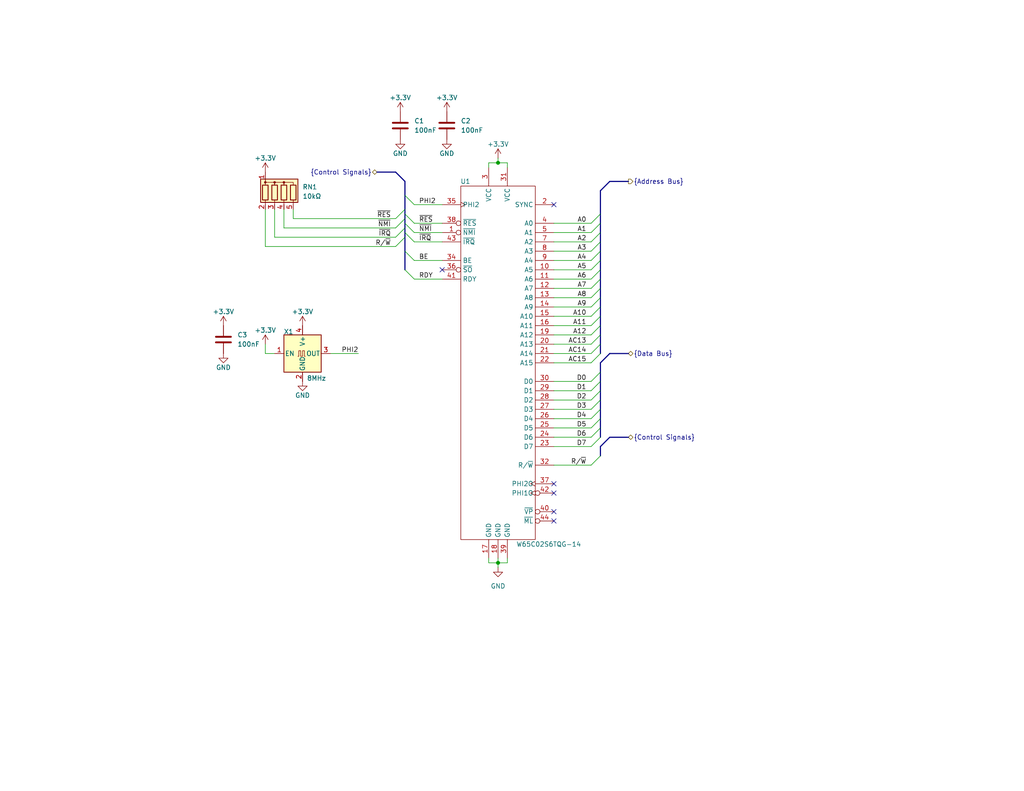
<source format=kicad_sch>
(kicad_sch (version 20230121) (generator eeschema)
  (paper "USLetter")
  (title_block (title "Sentinel 65X") (rev "0") (company "Stuidio 8502"))
  (lib_symbols
    (symbol "Device:C" (pin_numbers hide) (pin_names (offset 0.254))
      (property "Reference" "C" (at 0.635 2.54 0))
      (property "Value" "C" (at 0.635 -2.54 0))
      (symbol "C_0_1"
        (polyline (pts (xy -2.032 -0.762) (xy 2.032 -0.762)) (stroke (width 0.508)))
        (polyline (pts (xy -2.032 0.762) (xy 2.032 0.762)) (stroke (width 0.508)))
      )
      (symbol "C_1_1"
        (pin passive line (at 0 3.81 270) (length 2.794) (name "~") (number "1"))
        (pin passive line (at 0 -3.81 90) (length 2.794) (name "~") (number "2"))
      )
    )
    (symbol "Device:R_Network04" (pin_names (offset 0) hide)
      (property "Reference" "RN" (at -7.62 0 90))
      (property "Value" "R_Network04" (at 5.08 0 90))
      (symbol "R_Network04_0_1"
        (rectangle (start -6.35 -3.175) (end 3.81 3.175) (stroke (width 0.254)) (fill (type background)))
        (rectangle (start -5.842 1.524) (end -4.318 -2.54) (stroke (width 0.254)))
        (circle (center -5.08 2.286) (radius 0.254) (fill (type outline)))
        (rectangle (start -3.302 1.524) (end -1.778 -2.54) (stroke (width 0.254)))
        (circle (center -2.54 2.286) (radius 0.254) (fill (type outline)))
        (rectangle (start -0.762 1.524) (end 0.762 -2.54) (stroke (width 0.254)))
        (polyline (pts (xy -5.08 -2.54) (xy -5.08 -3.81)))
        (polyline (pts (xy -2.54 -2.54) (xy -2.54 -3.81)))
        (polyline (pts (xy 0 -2.54) (xy 0 -3.81)))
        (polyline (pts (xy 2.54 -2.54) (xy 2.54 -3.81)))
        (polyline (pts (xy -5.08 1.524) (xy -5.08 2.286) (xy -2.54 2.286) (xy -2.54 1.524)))
        (polyline (pts (xy -2.54 1.524) (xy -2.54 2.286) (xy 0 2.286) (xy 0 1.524)))
        (polyline (pts (xy 0 1.524) (xy 0 2.286) (xy 2.54 2.286) (xy 2.54 1.524)))
        (circle (center 0 2.286) (radius 0.254) (fill (type outline)))
        (rectangle (start 1.778 1.524) (end 3.302 -2.54) (stroke (width 0.254)))
      )
      (symbol "R_Network04_1_1"
        (pin passive line (at -5.08 5.08 270) (length 2.54) (name "common") (number "1"))
        (pin passive line (at -5.08 -5.08 90) (length 1.27) (name "R1") (number "2"))
        (pin passive line (at -2.54 -5.08 90) (length 1.27) (name "R2") (number "3"))
        (pin passive line (at 0 -5.08 90) (length 1.27) (name "R3") (number "4"))
        (pin passive line (at 2.54 -5.08 90) (length 1.27) (name "R4") (number "5"))
      )
    )
    (symbol "Oscillator:XO32" (pin_names (offset 0.254))
      (property "Reference" "X" (at -5.08 6.35 0))
      (property "Value" "XO32" (at 1.27 -6.35 0))
      (symbol "XO32_0_1"
        (rectangle (start -5.08 5.08) (end 5.08 -5.08) (stroke (width 0.254)) (fill (type background)))
        (polyline (pts (xy -1.27 -0.762) (xy -1.016 -0.762) (xy -1.016 0.762) (xy -0.508 0.762) (xy -0.508 -0.762) (xy 0 -0.762) (xy 0 0.762) (xy 0.508 0.762) (xy 0.508 -0.762) (xy 0.762 -0.762)))
      )
      (symbol "XO32_1_1"
        (pin input line (at -7.62 0 0) (length 2.54) (name "EN") (number "1"))
        (pin power_in line (at 0 -7.62 90) (length 2.54) (name "GND") (number "2"))
        (pin output line (at 7.62 0 180) (length 2.54) (name "OUT") (number "3"))
        (pin power_in line (at 0 7.62 270) (length 2.54) (name "V+") (number "4"))
      )
    )
    (symbol "Western Design Center:W65C02S6TQG-14"
      (property "Reference" "U" (at 0 0 0))
      (property "Value" "W65C02S6TQG-14" (at 0 0 0))
      (symbol "W65C02S6TQG-14_0_1"
        (rectangle (start 0 0) (end 20.32 -96.52))
      )
      (symbol "W65C02S6TQG-14_1_1"
        (pin input inverted (at -5.08 -12.7 0) (length 5.08) (name "~{NMI}") (number "1"))
        (pin output line (at 25.4 -22.86 180) (length 5.08) (name "A5") (number "10"))
        (pin output line (at 25.4 -25.4 180) (length 5.08) (name "A6") (number "11"))
        (pin output line (at 25.4 -27.94 180) (length 5.08) (name "A7") (number "12"))
        (pin output line (at 25.4 -30.48 180) (length 5.08) (name "A8") (number "13"))
        (pin output line (at 25.4 -33.02 180) (length 5.08) (name "A9") (number "14"))
        (pin output line (at 25.4 -35.56 180) (length 5.08) (name "A10") (number "15"))
        (pin output line (at 25.4 -38.1 180) (length 5.08) (name "A11") (number "16"))
        (pin power_in line (at 7.62 -101.6 90) (length 5.08) (name "GND") (number "17"))
        (pin power_in line (at 10.16 -101.6 90) (length 5.08) (name "GND") (number "18"))
        (pin output line (at 25.4 -40.64 180) (length 5.08) (name "A12") (number "19"))
        (pin output line (at 25.4 -5.08 180) (length 5.08) (name "SYNC") (number "2"))
        (pin output line (at 25.4 -43.18 180) (length 5.08) (name "A13") (number "20"))
        (pin output line (at 25.4 -45.72 180) (length 5.08) (name "A14") (number "21"))
        (pin output line (at 25.4 -48.26 180) (length 5.08) (name "A15") (number "22"))
        (pin bidirectional line (at 25.4 -71.12 180) (length 5.08) (name "D7") (number "23"))
        (pin bidirectional line (at 25.4 -68.58 180) (length 5.08) (name "D6") (number "24"))
        (pin bidirectional line (at 25.4 -66.04 180) (length 5.08) (name "D5") (number "25"))
        (pin bidirectional line (at 25.4 -63.5 180) (length 5.08) (name "D4") (number "26"))
        (pin bidirectional line (at 25.4 -60.96 180) (length 5.08) (name "D3") (number "27"))
        (pin bidirectional line (at 25.4 -58.42 180) (length 5.08) (name "D2") (number "28"))
        (pin bidirectional line (at 25.4 -55.88 180) (length 5.08) (name "D1") (number "29"))
        (pin power_in line (at 7.62 5.08 270) (length 5.08) (name "VCC") (number "3"))
        (pin bidirectional line (at 25.4 -53.34 180) (length 5.08) (name "D0") (number "30"))
        (pin power_in line (at 12.7 5.08 270) (length 5.08) (name "VCC") (number "31"))
        (pin output line (at 25.4 -76.2 180) (length 5.08) (name "R/~{W}") (number "32"))
        (pin no_connect line (at -5.08 -30.48 0) (length 5.08) hide (name "") (number "33"))
        (pin input line (at -5.08 -20.32 0) (length 5.08) (name "BE") (number "34"))
        (pin input clock (at -5.08 -5.08 0) (length 5.08) (name "PHI2") (number "35"))
        (pin input inverted (at -5.08 -22.86 0) (length 5.08) (name "~{SO}") (number "36"))
        (pin output clock (at 25.4 -81.28 180) (length 5.08) (name "PHI2O") (number "37"))
        (pin input inverted (at -5.08 -10.16 0) (length 5.08) (name "~{RES}") (number "38"))
        (pin power_in line (at 12.7 -101.6 90) (length 5.08) (name "GND") (number "39"))
        (pin output line (at 25.4 -10.16 180) (length 5.08) (name "A0") (number "4"))
        (pin output inverted (at 25.4 -88.9 180) (length 5.08) (name "~{VP}") (number "40"))
        (pin input line (at -5.08 -25.4 0) (length 5.08) (name "RDY") (number "41"))
        (pin output inverted_clock (at 25.4 -83.82 180) (length 5.08) (name "PHI1O") (number "42"))
        (pin input line (at -5.08 -15.24 0) (length 5.08) (name "~{IRQ}") (number "43"))
        (pin output inverted (at 25.4 -91.44 180) (length 5.08) (name "~{ML}") (number "44"))
        (pin output line (at 25.4 -12.7 180) (length 5.08) (name "A1") (number "5"))
        (pin no_connect line (at -5.08 -33.02 0) (length 5.08) hide (name "") (number "6"))
        (pin output line (at 25.4 -15.24 180) (length 5.08) (name "A2") (number "7"))
        (pin output line (at 25.4 -17.78 180) (length 5.08) (name "A3") (number "8"))
        (pin output line (at 25.4 -20.32 180) (length 5.08) (name "A4") (number "9"))
      )
    )
    (symbol "power:+3.3V" (power) (pin_names (offset 0))
      (property "Value" "+3.3V" (at 0 3.556 0))
      (symbol "+3.3V_0_1"
        (polyline (pts (xy -0.762 1.27) (xy 0 2.54)))
        (polyline (pts (xy 0 0) (xy 0 2.54)))
        (polyline (pts (xy 0 2.54) (xy 0.762 1.27)))
      )
      (symbol "+3.3V_1_1"
        (pin power_in line (at 0 0 90) (length 0) hide (name "+3.3V") (number "1"))
      )
    )
    (symbol "power:GND" (power) (pin_names (offset 0))
      (property "Value" "GND" (at 0 -3.81 0))
      (symbol "GND_0_1"
        (polyline (pts (xy 0 0) (xy 0 -1.27) (xy 1.27 -1.27) (xy 0 -2.54) (xy -1.27 -1.27) (xy 0 -1.27)))
      )
      (symbol "GND_1_1"
        (pin power_in line (at 0 0 270) (length 0) hide (name "GND") (number "1"))
      )
    )
  )
  (junction (at 135.89 44.45))
  (junction (at 135.89 153.67))
  (no_connect (at 151.13 142.24))
  (no_connect (at 151.13 132.08))
  (no_connect (at 151.13 55.88))
  (no_connect (at 151.13 139.7))
  (no_connect (at 151.13 134.62))
  (no_connect (at 120.65 73.66))
  (bus_entry (at 163.83 88.9) (size -2.54 2.54))
  (bus_entry (at 163.83 116.84) (size -2.54 2.54))
  (bus_entry (at 163.83 81.28) (size -2.54 2.54))
  (bus_entry (at 163.83 58.42) (size -2.54 2.54))
  (bus_entry (at 110.49 53.34) (size 2.54 2.54))
  (bus_entry (at 163.83 109.22) (size -2.54 2.54))
  (bus_entry (at 163.83 73.66) (size -2.54 2.54))
  (bus_entry (at 163.83 63.5) (size -2.54 2.54))
  (bus_entry (at 110.49 57.15) (size -2.54 2.54))
  (bus_entry (at 163.83 71.12) (size -2.54 2.54))
  (bus_entry (at 163.83 101.6) (size -2.54 2.54))
  (bus_entry (at 163.83 104.14) (size -2.54 2.54))
  (bus_entry (at 163.83 76.2) (size -2.54 2.54))
  (bus_entry (at 163.83 124.46) (size -2.54 2.54))
  (bus_entry (at 110.49 68.58) (size 2.54 2.54))
  (bus_entry (at 163.83 119.38) (size -2.54 2.54))
  (bus_entry (at 163.83 114.3) (size -2.54 2.54))
  (bus_entry (at 163.83 83.82) (size -2.54 2.54))
  (bus_entry (at 163.83 78.74) (size -2.54 2.54))
  (bus_entry (at 163.83 106.68) (size -2.54 2.54))
  (bus_entry (at 163.83 68.58) (size -2.54 2.54))
  (bus_entry (at 110.49 62.23) (size -2.54 2.54))
  (bus_entry (at 163.83 91.44) (size -2.54 2.54))
  (bus_entry (at 163.83 60.96) (size -2.54 2.54))
  (bus_entry (at 110.49 64.77) (size -2.54 2.54))
  (bus_entry (at 163.83 93.98) (size -2.54 2.54))
  (bus_entry (at 163.83 111.76) (size -2.54 2.54))
  (bus_entry (at 110.49 59.69) (size -2.54 2.54))
  (bus_entry (at 110.49 63.5) (size 2.54 2.54))
  (bus_entry (at 110.49 73.66) (size 2.54 2.54))
  (bus_entry (at 163.83 86.36) (size -2.54 2.54))
  (bus_entry (at 163.83 96.52) (size -2.54 2.54))
  (bus_entry (at 163.83 66.04) (size -2.54 2.54))
  (bus_entry (at 110.49 60.96) (size 2.54 2.54))
  (bus_entry (at 110.49 58.42) (size 2.54 2.54))
  (wire (pts (xy 151.13 121.92) (xy 161.29 121.92)))
  (wire (pts (xy 133.35 153.67) (xy 135.89 153.67)))
  (wire (pts (xy 151.13 99.06) (xy 161.29 99.06)))
  (wire (pts (xy 151.13 68.58) (xy 161.29 68.58)))
  (wire (pts (xy 151.13 109.22) (xy 161.29 109.22)))
  (bus (pts (xy 163.83 88.9) (xy 163.83 91.44)))
  (bus (pts (xy 163.83 76.2) (xy 163.83 78.74)))
  (wire (pts (xy 151.13 91.44) (xy 161.29 91.44)))
  (bus (pts (xy 163.83 109.22) (xy 163.83 111.76)))
  (wire (pts (xy 151.13 63.5) (xy 161.29 63.5)))
  (bus (pts (xy 166.37 119.38) (xy 171.45 119.38)))
  (bus (pts (xy 102.87 46.99) (xy 107.95 46.99)))
  (bus (pts (xy 163.83 91.44) (xy 163.83 93.98)))
  (wire (pts (xy 113.03 63.5) (xy 120.65 63.5)))
  (bus (pts (xy 110.49 57.15) (xy 110.49 58.42)))
  (wire (pts (xy 77.47 57.15) (xy 77.47 62.23)))
  (bus (pts (xy 163.83 71.12) (xy 163.83 73.66)))
  (wire (pts (xy 151.13 93.98) (xy 161.29 93.98)))
  (wire (pts (xy 151.13 96.52) (xy 161.29 96.52)))
  (bus (pts (xy 110.49 58.42) (xy 110.49 59.69)))
  (bus (pts (xy 110.49 62.23) (xy 110.49 63.5)))
  (bus (pts (xy 163.83 52.07) (xy 163.83 58.42)))
  (wire (pts (xy 151.13 81.28) (xy 161.29 81.28)))
  (bus (pts (xy 166.37 49.53) (xy 171.45 49.53)))
  (wire (pts (xy 135.89 153.67) (xy 138.43 153.67)))
  (wire (pts (xy 80.01 59.69) (xy 107.95 59.69)))
  (wire (pts (xy 151.13 127) (xy 161.29 127)))
  (wire (pts (xy 151.13 88.9) (xy 161.29 88.9)))
  (wire (pts (xy 151.13 76.2) (xy 161.29 76.2)))
  (wire (pts (xy 151.13 119.38) (xy 161.29 119.38)))
  (wire (pts (xy 113.03 76.2) (xy 120.65 76.2)))
  (wire (pts (xy 138.43 44.45) (xy 138.43 45.72)))
  (wire (pts (xy 133.35 152.4) (xy 133.35 153.67)))
  (wire (pts (xy 138.43 152.4) (xy 138.43 153.67)))
  (bus (pts (xy 163.83 86.36) (xy 163.83 88.9)))
  (wire (pts (xy 151.13 116.84) (xy 161.29 116.84)))
  (wire (pts (xy 151.13 86.36) (xy 161.29 86.36)))
  (bus (pts (xy 107.95 46.99) (xy 110.49 49.53)))
  (wire (pts (xy 151.13 83.82) (xy 161.29 83.82)))
  (bus (pts (xy 163.83 104.14) (xy 163.83 106.68)))
  (wire (pts (xy 135.89 44.45) (xy 138.43 44.45)))
  (bus (pts (xy 163.83 99.06) (xy 163.83 101.6)))
  (wire (pts (xy 135.89 152.4) (xy 135.89 153.67)))
  (bus (pts (xy 110.49 53.34) (xy 110.49 57.15)))
  (wire (pts (xy 80.01 59.69) (xy 80.01 57.15)))
  (wire (pts (xy 72.39 96.52) (xy 74.93 96.52)))
  (bus (pts (xy 110.49 68.58) (xy 110.49 73.66)))
  (wire (pts (xy 72.39 93.98) (xy 72.39 96.52)))
  (wire (pts (xy 72.39 67.31) (xy 107.95 67.31)))
  (wire (pts (xy 151.13 106.68) (xy 161.29 106.68)))
  (bus (pts (xy 163.83 101.6) (xy 163.83 104.14)))
  (bus (pts (xy 163.83 60.96) (xy 163.83 63.5)))
  (wire (pts (xy 74.93 57.15) (xy 74.93 64.77)))
  (bus (pts (xy 163.83 114.3) (xy 163.83 116.84)))
  (bus (pts (xy 163.83 73.66) (xy 163.83 76.2)))
  (wire (pts (xy 151.13 111.76) (xy 161.29 111.76)))
  (bus (pts (xy 110.49 60.96) (xy 110.49 62.23)))
  (bus (pts (xy 163.83 78.74) (xy 163.83 81.28)))
  (bus (pts (xy 163.83 81.28) (xy 163.83 83.82)))
  (bus (pts (xy 163.83 63.5) (xy 163.83 66.04)))
  (bus (pts (xy 163.83 111.76) (xy 163.83 114.3)))
  (wire (pts (xy 151.13 71.12) (xy 161.29 71.12)))
  (bus (pts (xy 163.83 121.92) (xy 163.83 124.46)))
  (bus (pts (xy 163.83 58.42) (xy 163.83 60.96)))
  (bus (pts (xy 163.83 66.04) (xy 163.83 68.58)))
  (wire (pts (xy 135.89 43.18) (xy 135.89 44.45)))
  (wire (pts (xy 151.13 114.3) (xy 161.29 114.3)))
  (wire (pts (xy 113.03 60.96) (xy 120.65 60.96)))
  (wire (pts (xy 151.13 60.96) (xy 161.29 60.96)))
  (wire (pts (xy 72.39 67.31) (xy 72.39 57.15)))
  (bus (pts (xy 166.37 49.53) (xy 163.83 52.07)))
  (bus (pts (xy 166.37 96.52) (xy 171.45 96.52)))
  (wire (pts (xy 90.17 96.52) (xy 97.79 96.52)))
  (wire (pts (xy 151.13 104.14) (xy 161.29 104.14)))
  (bus (pts (xy 166.37 96.52) (xy 163.83 99.06)))
  (bus (pts (xy 163.83 106.68) (xy 163.83 109.22)))
  (wire (pts (xy 133.35 44.45) (xy 135.89 44.45)))
  (wire (pts (xy 151.13 78.74) (xy 161.29 78.74)))
  (wire (pts (xy 77.47 62.23) (xy 107.95 62.23)))
  (bus (pts (xy 163.83 116.84) (xy 163.83 119.38)))
  (wire (pts (xy 133.35 44.45) (xy 133.35 45.72)))
  (wire (pts (xy 113.03 66.04) (xy 120.65 66.04)))
  (bus (pts (xy 163.83 93.98) (xy 163.83 96.52)))
  (bus (pts (xy 110.49 64.77) (xy 110.49 68.58)))
  (bus (pts (xy 110.49 49.53) (xy 110.49 53.34)))
  (wire (pts (xy 74.93 64.77) (xy 107.95 64.77)))
  (wire (pts (xy 113.03 55.88) (xy 120.65 55.88)))
  (bus (pts (xy 110.49 63.5) (xy 110.49 64.77)))
  (bus (pts (xy 163.83 83.82) (xy 163.83 86.36)))
  (wire (pts (xy 151.13 73.66) (xy 161.29 73.66)))
  (wire (pts (xy 113.03 71.12) (xy 120.65 71.12)))
  (bus (pts (xy 163.83 68.58) (xy 163.83 71.12)))
  (wire (pts (xy 151.13 66.04) (xy 161.29 66.04)))
  (wire (pts (xy 135.89 153.67) (xy 135.89 154.94)))
  (bus (pts (xy 110.49 59.69) (xy 110.49 60.96)))
  (bus (pts (xy 166.37 119.38) (xy 163.83 121.92)))
  (label "~{NMI}" (at 114.3 63.5 0))
  (label "~{RES}" (at 114.3 60.96 0))
  (label "BE" (at 114.3 71.12 0))
  (label "AC15" (at 160.02 99.06 180))
  (label "A0" (at 160.02 60.96 180))
  (label "~{IRQ}" (at 114.3 66.04 0))
  (label "D1" (at 160.02 106.68 180))
  (label "~{IRQ}" (at 106.68 64.77 180))
  (label "~{RES}" (at 106.68 59.69 180))
  (label "A3" (at 160.02 68.58 180))
  (label "A12" (at 160.02 91.44 180))
  (label "D3" (at 160.02 111.76 180))
  (label "RDY" (at 114.3 76.2 0))
  (label "D6" (at 160.02 119.38 180))
  (label "PHI2" (at 114.3 55.88 0))
  (label "D7" (at 160.02 121.92 180))
  (label "A8" (at 160.02 81.28 180))
  (label "A5" (at 160.02 73.66 180))
  (label "D4" (at 160.02 114.3 180))
  (label "A4" (at 160.02 71.12 180))
  (label "R/~{W}" (at 106.68 67.31 180))
  (label "A9" (at 160.02 83.82 180))
  (label "~{NMI}" (at 106.68 62.23 180))
  (label "A7" (at 160.02 78.74 180))
  (label "AC14" (at 160.02 96.52 180))
  (label "PHI2" (at 97.79 96.52 180))
  (label "A11" (at 160.02 88.9 180))
  (label "D2" (at 160.02 109.22 180))
  (label "A1" (at 160.02 63.5 180))
  (label "A10" (at 160.02 86.36 180))
  (label "R/~{W}" (at 160.02 127 180))
  (label "AC13" (at 160.02 93.98 180))
  (label "D0" (at 160.02 104.14 180))
  (label "A2" (at 160.02 66.04 180))
  (label "A6" (at 160.02 76.2 180))
  (label "D5" (at 160.02 116.84 180))
  (hierarchical_label "{Control Signals}" (shape bidirectional) (at 102.87 46.99 180))
  (hierarchical_label "{Address Bus}" (shape output) (at 171.45 49.53 0))
  (hierarchical_label "{Control Signals}" (shape bidirectional) (at 171.45 119.38 0))
  (hierarchical_label "{Data Bus}" (shape bidirectional) (at 171.45 96.52 0))
  (symbol (lib_id "power:+3.3V") (at 135.89 43.18 0) (unit 1)
    (property "Reference" "#PWR012" (effects hide))
    (property "Value" "+3.3V" (at 135.89 39.37 0))
  )
  (symbol (lib_id "Device:C") (at 60.96 92.71 0) (unit 1)
    (property "Reference" "C3" (at 64.77 91.4399 0) (effects (justify left)))
    (property "Value" "100nF" (at 64.77 93.9799 0) (effects (justify left)))
    (property "Footprint" "Capacitor_SMD:C_0402_1005Metric" (effects hide))
  )
  (symbol (lib_id "power:+3.3V") (at 121.92 30.48 0) (unit 1)
    (property "Reference" "#PWR05" (effects hide))
    (property "Value" "+3.3V" (at 121.92 26.67 0))
  )
  (symbol (lib_id "Western Design Center:W65C02S6TQG-14") (at 125.73 50.8 0) (unit 1)
    (property "Reference" "U1" (at 125.6126 49.53 0) (effects (justify left)))
    (property "Value" "W65C02S6TQG-14" (at 140.8526 148.59 0) (effects (justify left)))
    (property "Footprint" "Package_QFP:TQFP-44_10x10mm_P0.8mm" (effects hide))
    (property "Datasheet" "https://www.westerndesigncenter.com/wdc/documentation/w65c02s.pdf" (effects hide))
  )
  (symbol (lib_id "power:GND") (at 82.55 104.14 0) (unit 1)
    (property "Reference" "#PWR011" (effects hide))
    (property "Value" "GND" (at 82.55 107.95 0))
  )
  (symbol (lib_id "power:+3.3V") (at 72.39 93.98 0) (unit 1)
    (property "Reference" "#PWR010" (effects hide))
    (property "Value" "+3.3V" (at 72.39 90.17 0))
  )
  (symbol (lib_id "power:GND") (at 121.92 38.1 0) (unit 1)
    (property "Reference" "#PWR06" (effects hide))
    (property "Value" "GND" (at 121.92 41.91 0))
  )
  (symbol (lib_id "power:+3.3V") (at 82.55 88.9 0) (unit 1)
    (property "Reference" "#PWR09" (effects hide))
    (property "Value" "+3.3V" (at 82.55 85.09 0))
  )
  (symbol (lib_id "power:GND") (at 60.96 96.52 0) (unit 1)
    (property "Reference" "#PWR08" (effects hide))
    (property "Value" "GND" (at 60.96 100.33 0))
  )
  (symbol (lib_id "power:+3.3V") (at 109.22 30.48 0) (unit 1)
    (property "Reference" "#PWR03" (effects hide))
    (property "Value" "+3.3V" (at 109.22 26.67 0))
  )
  (symbol (lib_id "Oscillator:XO32") (at 82.55 96.52 0) (unit 1)
    (property "Reference" "X1" (at 78.74 90.5605 0))
    (property "Value" "8MHz" (at 86.36 103.2605 0))
    (property "Footprint" "Oscillator:Oscillator_SMD_EuroQuartz_XO32-4Pin_3.2x2.5mm" (effects hide))
    (property "Datasheet" "http://cdn-reichelt.de/documents/datenblatt/B400/XO32.pdf" (effects hide))
  )
  (symbol (lib_id "power:GND") (at 109.22 38.1 0) (unit 1)
    (property "Reference" "#PWR04" (effects hide))
    (property "Value" "GND" (at 109.22 41.91 0))
  )
  (symbol (lib_id "power:+3.3V") (at 60.96 88.9 0) (unit 1)
    (property "Reference" "#PWR07" (effects hide))
    (property "Value" "+3.3V" (at 60.96 85.09 0))
  )
  (symbol (lib_id "power:+3.3V") (at 72.39 46.99 0) (unit 1)
    (property "Reference" "#PWR02" (effects hide))
    (property "Value" "+3.3V" (at 72.39 43.18 0))
  )
  (symbol (lib_id "Device:C") (at 121.92 34.29 0) (unit 1)
    (property "Reference" "C2" (at 125.73 33.0199 0) (effects (justify left)))
    (property "Value" "100nF" (at 125.73 35.5599 0) (effects (justify left)))
    (property "Footprint" "Capacitor_SMD:C_0402_1005Metric" (effects hide))
  )
  (symbol (lib_id "power:GND") (at 135.89 154.94 0) (unit 1)
    (property "Reference" "#PWR01" (effects hide))
    (property "Value" "GND" (at 135.89 160.02 0))
  )
  (symbol (lib_id "Device:C") (at 109.22 34.29 0) (unit 1)
    (property "Reference" "C1" (at 113.03 33.0199 0) (effects (justify left)))
    (property "Value" "100nF" (at 113.03 35.5599 0) (effects (justify left)))
    (property "Footprint" "Capacitor_SMD:C_0402_1005Metric" (effects hide))
  )
  (symbol (lib_id "Device:R_Network04") (at 77.47 52.07 0) (unit 1)
    (property "Reference" "RN1" (at 82.55 51.0539 0) (effects (justify left)))
    (property "Value" "10kΩ" (at 82.55 53.5939 0) (effects (justify left)))
    (property "Footprint" "Resistor_SMD:R_Array_Convex_4x0402" (effects hide))
    (property "Datasheet" "http://www.vishay.com/docs/31509/csc.pdf" (effects hide))
  )
)
</source>
